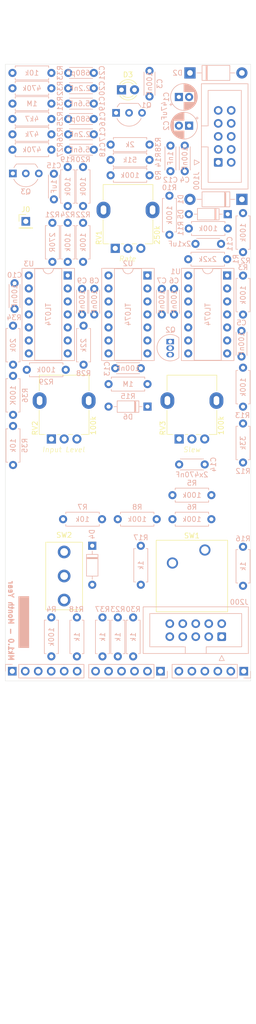
<source format=kicad_pcb>
(kicad_pcb (version 20240108) (generator "pcbnew") (generator_version "8.0")
  (title_block (rev "1") (company "DMH Instruments") (comment 1 "10cm Kosmo format synthesizer module PCB"))
  (layers (0 "F.Cu" signal) (31 "B.Cu" signal) (34 "B.Paste" user) (35 "F.Paste" user) (36 "B.SilkS" user "B.Silkscreen") (37 "F.SilkS" user "F.Silkscreen") (38 "B.Mask" user) (39 "F.Mask" user) (44 "Edge.Cuts" user))
  (net 0 "")
  (net 1 "GND")
  (net 2 "+12V")
  (net 3 "-12V")
  (net 4 "Net-(U1A--)")
  (net 5 "Net-(D2-A)")
  (net 6 "Net-(C12-Pad2)")
  (net 7 "/Core Circuit/S&H")
  (net 8 "Net-(U2B-+)")
  (net 9 "Net-(U3A-+)")
  (net 10 "Net-(Q3-E)")
  (net 11 "Net-(U3B-+)")
  (net 12 "Net-(C20-Pad2)")
  (net 13 "Net-(C21-Pad2)")
  (net 14 "Net-(C16-Pad2)")
  (net 15 "Net-(C17-Pad2)")
  (net 16 "Net-(C18-Pad2)")
  (net 17 "Net-(C19-Pad2)")
  (net 18 "Net-(D1-K)")
  (net 19 "Net-(D4-A)")
  (net 20 "Net-(D3-A)")
  (net 21 "Net-(D3-K)")
  (net 22 "Net-(D4-K)")
  (net 23 "Net-(D5-A)")
  (net 24 "Net-(D6-A)")
  (net 25 "Net-(D6-K)")
  (net 26 "/Core Circuit/White")
  (net 27 "/Core Circuit/Input")
  (net 28 "/Core Circuit/Slew Input")
  (net 29 "/Core Circuit/Internal Clock")
  (net 30 "/Core Circuit/External Clock")
  (net 31 "/Core Circuit/Clock Output")
  (net 32 "Net-(J200-Pin_1)")
  (net 33 "Net-(J200-Pin_2)")
  (net 34 "/Core Circuit/S&H Output")
  (net 35 "/Core Circuit/Slew Output")
  (net 36 "Net-(J200-Pin_3)")
  (net 37 "Net-(J200-Pin_4)")
  (net 38 "/Core Circuit/Pink")
  (net 39 "Net-(J200-Pin_5)")
  (net 40 "Net-(J200-Pin_10)")
  (net 41 "/Core Circuit/Blue")
  (net 42 "Net-(Q1-B)")
  (net 43 "Net-(Q2-D)")
  (net 45 "Net-(U1A-+)")
  (net 46 "Net-(D5-K)")
  (net 47 "Net-(U1D--)")
  (net 48 "Net-(U1B--)")
  (net 49 "Net-(U2B--)")
  (net 50 "Net-(U3A--)")
  (net 51 "Net-(R1-Pad1)")
  (net 52 "Net-(U3B--)")
  (net 53 "Net-(R6-Pad1)")
  (net 54 "Net-(U3C-+)")
  (net 55 "Net-(U3C--)")
  (net 56 "Net-(R9-Pad1)")
  (net 57 "Net-(U2C--)")
  (net 58 "Net-(U2D--)")
  (net 59 "Net-(R22-Pad1)")
  (net 60 "Net-(R29-Pad2)")
  (net 61 "Net-(U1C-+)")
  (net 62 "Net-(U2A--)")
  (net 63 "Net-(U3D--)")
  (net 64 "Net-(SW2-C)")
  (net 66 "Net-(R36-Pad2)")
  (footprint "LED_THT:LED_D3.0mm" (layer "F.Cu") (at 73.725 47.5)
    (property "Reference" "D3" (at 1.27 -2.96 0) (layer "F.SilkS"))
    (property "Value" "LED")
    (pad "1" thru_hole rect (at 0 0) (size 1.8 1.8) (drill 0.9) (layers "*.Cu" "*.Mask") (net 21 "Net-(D3-K)"))
    (pad "2" thru_hole circle (at 2.54 0) (size 1.8 1.8) (drill 0.9) (layers "*.Cu" "*.Mask") (net 20 "Net-(D3-A)"))
  )
  (footprint "SynthStuff:Potentiometer_Alpha_RD901F-40-00D_Single_Vertical" (layer "F.Cu") (at 72.5 78.475 90)
    (property "Reference" "RV1" (at 2.075 -3.2 -90) (layer "F.SilkS"))
    (property "Value" "250k" (at 2.575 8.2 -90) (layer "F.SilkS"))
    (property "Function" "Rate" (at -2.025 2.4 180) (layer "F.SilkS") (effects (font (thickness 0.1) (italic yes))))
    (pad "" thru_hole oval (at 7.5 -2.3 180) (size 2.72 3.24) (drill oval 1.1 1.8) (layers "*.Cu" "*.Mask"))
    (pad "" thru_hole oval (at 7.5 7.3 180) (size 2.72 3.24) (drill oval 1.1 1.8) (layers "*.Cu" "*.Mask"))
    (pad "1" thru_hole rect (at 0 0 180) (size 1.8 1.8) (drill 1) (layers "*.Cu" "*.Mask") (net 29 "/Core Circuit/Internal Clock"))
    (pad "2" thru_hole circle (at 0 2.5 180) (size 1.8 1.8) (drill 1) (layers "*.Cu" "*.Mask") (net 29 "/Core Circuit/Internal Clock"))
    (pad "3" thru_hole circle (at 0 5 180) (size 1.8 1.8) (drill 1) (layers "*.Cu" "*.Mask") (net 51 "Net-(R1-Pad1)"))
  )
  (footprint "SynthStuff:Potentiometer_Alpha_RD901F-40-00D_Single_Vertical" (layer "F.Cu") (at 60 115.725 90)
    (property "Reference" "RV2" (at 2.125 -3.2 -90) (layer "F.SilkS"))
    (property "Value" "100k" (at 2.625 8.2 -90) (layer "F.SilkS"))
    (property "Function" "Input Level" (at -2.075 2.4 180) (layer "F.SilkS") (effects (font (thickness 0.1) (italic yes))))
    (pad "" thru_hole oval (at 7.5 -2.3 180) (size 2.72 3.24) (drill oval 1.1 1.8) (layers "*.Cu" "*.Mask"))
    (pad "" thru_hole oval (at 7.5 7.3 180) (size 2.72 3.24) (drill oval 1.1 1.8) (layers "*.Cu" "*.Mask"))
    (pad "1" thru_hole rect (at 0 0 180) (size 1.8 1.8) (drill 1) (layers "*.Cu" "*.Mask") (net 1 "GND"))
    (pad "2" thru_hole circle (at 0 2.5 180) (size 1.8 1.8) (drill 1) (layers "*.Cu" "*.Mask") (net 61 "Net-(U1C-+)"))
    (pad "3" thru_hole circle (at 0 5 180) (size 1.8 1.8) (drill 1) (layers "*.Cu" "*.Mask") (net 27 "/Core Circuit/Input"))
  )
  (footprint "SynthStuff:Potentiometer_Alpha_RD901F-40-00D_Single_Vertical" (layer "F.Cu") (at 85 115.725 90)
    (property "Reference" "RV3" (at 2.125 -3.2 -90) (layer "F.SilkS"))
    (property "Value" "100k" (at 2.625 8.2 -90) (layer "F.SilkS"))
    (property "Function" "Slew" (at -2.075 2.5 180) (layer "F.SilkS") (effects (font (thickness 0.1) (italic yes))))
    (pad "" thru_hole oval (at 7.5 -2.3 180) (size 2.72 3.24) (drill oval 1.1 1.8) (layers "*.Cu" "*.Mask"))
    (pad "" thru_hole oval (at 7.5 7.3 180) (size 2.72 3.24) (drill oval 1.1 1.8) (layers "*.Cu" "*.Mask"))
    (pad "1" thru_hole rect (at 0 0 180) (size 1.8 1.8) (drill 1) (layers "*.Cu" "*.Mask") (net 62 "Net-(U2A--)"))
    (pad "2" thru_hole circle (at 0 2.5 180) (size 1.8 1.8) (drill 1) (layers "*.Cu" "*.Mask") (net 8 "Net-(U2B-+)"))
    (pad "3" thru_hole circle (at 0 5 180) (size 1.8 1.8) (drill 1) (layers "*.Cu" "*.Mask") (net 8 "Net-(U2B-+)"))
  )
  (footprint "SynthStuff:SW_Cherry_MX_1.00u_PCB" (layer "F.Cu") (at 90.04 137.42)
    (property "Reference" "SW1" (at -2.54 -2.794 0) (layer "F.SilkS"))
    (property "Value" "SW_Push")
    (pad "" np_thru_hole circle (at -7.62 5.08) (size 1.7 1.7) (drill 1.7) (layers "*.Cu" "*.Mask"))
    (pad "" np_thru_hole circle (at -2.54 5.08) (size 4 4) (drill 4) (layers "*.Cu" "*.Mask"))
    (pad "" np_thru_hole circle (at 2.54 5.08) (size 1.7 1.7) (drill 1.7) (layers "*.Cu" "*.Mask"))
    (pad "1" thru_hole circle (at 0 0) (size 2.2 2.2) (drill 1.5) (layers "*.Cu" "*.Mask") (net 53 "Net-(R6-Pad1)"))
    (pad "2" thru_hole circle (at -6.35 2.54) (size 2.2 2.2) (drill 1.5) (layers "*.Cu" "*.Mask") (net 22 "Net-(D4-K)"))
  )
  (footprint "SynthStuff:Toggle_Switch_THT" (layer "F.Cu") (at 62.5 142.5)
    (property "Reference" "SW2" (at 0 -8 0) (layer "F.SilkS"))
    (property "Value" "SW_SPDT_321")
    (pad "1" thru_hole circle (at 0 4.7 90) (size 2.5 2.5) (drill 1.5) (layers "*.Cu" "*.Mask") (net 64 "Net-(SW2-C)"))
    (pad "2" thru_hole circle (at 0 0 90) (size 2.5 2.5) (drill 1.5) (layers "*.Cu" "*.Mask") (net 19 "Net-(D4-A)"))
    (pad "3" thru_hole circle (at 0 -4.7 90) (size 2.5 2.5) (drill 1.5) (layers "*.Cu" "*.Mask"))
  )
  (footprint "Connector_PinHeader_2.54mm:PinHeader_1x01_P2.54mm_Vertical" (layer "F.Cu") (at 55 73.2)
    (property "Reference" "J0" (at 0 -2.33 0) (layer "F.SilkS"))
    (property "Value" "Conn_01x01")
    (pad "1" thru_hole rect (at 0 0) (size 1.7 1.7) (drill 1) (layers "*.Cu" "*.Mask") (net 1 "GND"))
  )
  (footprint "Capacitor_THT:CP_Radial_D5.0mm_P2.00mm" (layer "B.Cu") (at 84.944887 48.9)
    (property "Reference" "C1" (at -2.444887 0 90) (layer "B.SilkS") (effects (justify mirror)))
    (property "Value" "47uF" (hide yes))
    (pad "1" thru_hole rect (at 0 0) (size 1.6 1.6) (drill 0.8) (layers "*.Cu" "*.Mask") (net 2 "+12V"))
    (pad "2" thru_hole circle (at 2 0) (size 1.6 1.6) (drill 0.8) (layers "*.Cu" "*.Mask") (net 1 "GND"))
  )
  (footprint "Package_DIP:DIP-14_W7.62mm_Socket" (layer "B.Cu") (at 94.4 83.775 180)
    (property "Reference" "U1" (at 10.1 0.775 0) (layer "B.SilkS") (effects (justify mirror)))
    (property "Value" "TL074" (at 3.8 -7.625 90) (layer "B.SilkS") (effects (justify mirror)))
    (pad "1" thru_hole rect (at 0 0 180) (size 1.6 1.6) (drill 0.8) (layers "*.Cu" "*.Mask") (net 29 "/Core Circuit/Internal Clock"))
    (pad "2" thru_hole oval (at 0 -2.54 180) (size 1.6 1.6) (drill 0.8) (layers "*.Cu" "*.Mask") (net 4 "Net-(U1A--)"))
    (pad "3" thru_hole oval (at 0 -5.08 180) (size 1.6 1.6) (drill 0.8) (layers "*.Cu" "*.Mask") (net 45 "Net-(U1A-+)"))
    (pad "4" thru_hole oval (at 0 -7.62 180) (size 1.6 1.6) (drill 0.8) (layers "*.Cu" "*.Mask") (net 2 "+12V"))
    (pad "5" thru_hole oval (at 0 -10.16 180) (size 1.6 1.6) (drill 0.8) (layers "*.Cu" "*.Mask") (net 7 "/Core Circuit/S&H"))
    (pad "6" thru_hole oval (at 0 -12.7 180) (size 1.6 1.6) (drill 0.8) (layers "*.Cu" "*.Mask") (net 48 "Net-(U1B--)"))
    (pad "7" thru_hole oval (at 0 -15.24 180) (size 1.6 1.6) (drill 0.8) (layers "*.Cu" "*.Mask") (net 48 "Net-(U1B--)"))
    (pad "8" thru_hole oval (at 7.62 -15.24 180) (size 1.6 1.6) (drill 0.8) (layers "*.Cu" "*.Mask") (net 43 "Net-(Q2-D)"))
    (pad "9" thru_hole oval (at 7.62 -12.7 180) (size 1.6 1.6) (drill 0.8) (layers "*.Cu" "*.Mask") (net 43 "Net-(Q2-D)"))
    (pad "10" thru_hole oval (at 7.62 -10.16 180) (size 1.6 1.6) (drill 0.8) (layers "*.Cu" "*.Mask") (net 61 "Net-(U1C-+)"))
    (pad "11" thru_hole oval (at 7.62 -7.62 180) (size 1.6 1.6) (drill 0.8) (layers "*.Cu" "*.Mask") (net 3 "-12V"))
    (pad "12" thru_hole oval (at 7.62 -5.08 180) (size 1.6 1.6) (drill 0.8) (layers "*.Cu" "*.Mask") (net 46 "Net-(D5-K)"))
    (pad "13" thru_hole oval (at 7.62 -2.54 180) (size 1.6 1.6) (drill 0.8) (layers "*.Cu" "*.Mask") (net 47 "Net-(U1D--)"))
    (pad "14" thru_hole oval (at 7.62 0 180) (size 1.6 1.6) (drill 0.8) (layers "*.Cu" "*.Mask") (net 25 "Net-(D6-K)"))
  )
  (footprint "Diode_THT:D_DO-41_SOD81_P10.16mm_Horizontal" (layer "B.Cu") (at 97.28 68.9 180)
    (property "Reference" "D1" (at 11.98 0 90) (layer "B.SilkS") (effects (justify mirror)))
    (property "Value" "SB140-" (hide yes))
    (pad "1" thru_hole rect (at 0 0 180) (size 2.2 2.2) (drill 1.1) (layers "*.Cu" "*.Mask") (net 18 "Net-(D1-K)"))
    (pad "2" thru_hole oval (at 10.16 0 180) (size 2.2 2.2) (drill 1.1) (layers "*.Cu" "*.Mask") (net 3 "-12V"))
  )
  (footprint "Resistor_THT:R_Axial_DIN0207_L6.3mm_D2.5mm_P7.62mm_Horizontal" (layer "B.Cu") (at 91.31 126.7 180)
    (property "Reference" "R5" (at 3.81 2.37 0) (layer "B.SilkS") (effects (justify mirror)))
    (property "Value" "100k" (at 3.81 0 0) (layer "B.SilkS") (effects (justify mirror)))
    (pad "1" thru_hole circle (at 0 0 180) (size 1.6 1.6) (drill 0.8) (layers "*.Cu" "*.Mask") (net 1 "GND"))
    (pad "2" thru_hole oval (at 7.62 0 180) (size 1.6 1.6) (drill 0.8) (layers "*.Cu" "*.Mask") (net 22 "Net-(D4-K)"))
  )
  (footprint "Diode_THT:D_DO-35_SOD27_P7.62mm_Horizontal" (layer "B.Cu") (at 78.81 109.4 180)
    (property "Reference" "D6" (at 3.81 -2 0) (layer "B.SilkS") (effects (justify mirror)))
    (property "Value" "1N4148" (hide yes))
    (pad "1" thru_hole rect (at 0 0 180) (size 1.6 1.6) (drill 0.8) (layers "*.Cu" "*.Mask") (net 25 "Net-(D6-K)"))
    (pad "2" thru_hole oval (at 7.62 0 180) (size 1.6 1.6) (drill 0.8) (layers "*.Cu" "*.Mask") (net 24 "Net-(D6-A)"))
  )
  (footprint "Resistor_THT:R_Axial_DIN0207_L6.3mm_D2.5mm_P7.62mm_Horizontal" (layer "B.Cu") (at 52.39 47.2)
    (property "Reference" "R32" (at 9.31 0.04 90) (layer "B.SilkS") (effects (justify mirror)))
    (property "Value" "470k" (at 3.81 0 0) (layer "B.SilkS") (effects (justify mirror)))
    (pad "1" thru_hole circle (at 0 0) (size 1.6 1.6) (drill 0.8) (layers "*.Cu" "*.Mask") (net 54 "Net-(U3C-+)"))
    (pad "2" thru_hole oval (at 7.62 0) (size 1.6 1.6) (drill 0.8) (layers "*.Cu" "*.Mask") (net 12 "Net-(C20-Pad2)"))
  )
  (footprint "Resistor_THT:R_Axial_DIN0207_L6.3mm_D2.5mm_P7.62mm_Horizontal" (layer "B.Cu") (at 60.01 56.2 180)
    (property "Reference" "R26" (at -1.69 -0.04 90) (layer "B.SilkS") (effects (justify mirror)))
    (property "Value" "47k" (at 3.81 0 0) (layer "B.SilkS") (effects (justify mirror)))
    (pad "1" thru_hole circle (at 0 0 180) (size 1.6 1.6) (drill 0.8) (layers "*.Cu" "*.Mask") (net 15 "Net-(C17-Pad2)"))
    (pad "2" thru_hole oval (at 7.62 0 180) (size 1.6 1.6) (drill 0.8) (layers "*.Cu" "*.Mask") (net 1 "GND"))
  )
  (footprint "Capacitor_THT:C_Disc_D4.3mm_W1.9mm_P5.00mm" (layer "B.Cu") (at 68.4 86.4 -90)
    (property "Reference" "C8" (at -1.6 0 180) (layer "B.SilkS") (effects (justify mirror)))
    (property "Value" "100nF" (at 2.5 0 90) (layer "B.SilkS") (effects (justify mirror)))
    (pad "1" thru_hole circle (at 0 0 270) (size 1.6 1.6) (drill 0.8) (layers "*.Cu" "*.Mask") (net 1 "GND"))
    (pad "2" thru_hole circle (at 5 0 270) (size 1.6 1.6) (drill 0.8) (layers "*.Cu" "*.Mask") (net 3 "-12V"))
  )
  (footprint "Connector_PinHeader_2.54mm:PinHeader_1x06_P2.54mm_Vertical" (layer "B.Cu") (at 52.35 161.1 -90)
    (property "Reference" "J50" (hide yes))
    (property "Value" "Conn_01x06")
    (pad "1" thru_hole rect (at 0 0 270) (size 1.7 1.7) (drill 1) (layers "*.Cu" "*.Mask") (net 27 "/Core Circuit/Input"))
    (pad "2" thru_hole oval (at 0 -2.54 270) (size 1.7 1.7) (drill 1) (layers "*.Cu" "*.Mask") (net 28 "/Core Circuit/Slew Input"))
    (pad "3" thru_hole oval (at 0 -5.08 270) (size 1.7 1.7) (drill 1) (layers "*.Cu" "*.Mask") (net 7 "/Core Circuit/S&H"))
    (pad "4" thru_hole oval (at 0 -7.62 270) (size 1.7 1.7) (drill 1) (layers "*.Cu" "*.Mask") (net 30 "/Core Circuit/External Clock"))
    (pad "5" thru_hole oval (at 0 -10.16 270) (size 1.7 1.7) (drill 1) (layers "*.Cu" "*.Mask") (net 29 "/Core Circuit/Internal Clock"))
    (pad "6" thru_hole oval (at 0 -12.7 270) (size 1.7 1.7) (drill 1) (layers "*.Cu" "*.Mask") (net 31 "/Core Circuit/Clock Output"))
  )
  (footprint "Capacitor_THT:C_Disc_D4.3mm_W1.9mm_P5.00mm" (layer "B.Cu") (at 79.2 43.8 -90)
    (property "Reference" "C3" (at 2.5 -2 90) (layer "B.SilkS") (effects (justify mirror)))
    (property "Value" "100nF" (at 2.5 0 90) (layer "B.SilkS") (effects (justify mirror)))
    (pad "1" thru_hole circle (at 0 0 270) (size 1.6 1.6) (drill 0.8) (layers "*.Cu" "*.Mask") (net 2 "+12V"))
    (pad "2" thru_hole circle (at 5 0 270) (size 1.6 1.6) (drill 0.8) (layers "*.Cu" "*.Mask") (net 1 "GND"))
  )
  (footprint "Capacitor_THT:C_Disc_D4.3mm_W1.9mm_P5.00mm" (layer "B.Cu") (at 68.3 53.2 180)
    (property "Reference" "C16" (at -1.7 0 90) (layer "B.SilkS") (effects (justify mirror)))
    (property "Value" "680pF" (at 3 0 0) (layer "B.SilkS") (effects (justify mirror)))
    (pad "1" thru_hole circle (at 0 0 180) (size 1.6 1.6) (drill 0.8) (layers "*.Cu" "*.Mask") (net 11 "Net-(U3B-+)"))
    (pad "2" thru_hole circle (at 5 0 180) (size 1.6 1.6) (drill 0.8) (layers "*.Cu" "*.Mask") (net 14 "Net-(C16-Pad2)"))
  )
  (footprint "Capacitor_THT:C_Disc_D4.3mm_W1.9mm_P5.00mm" (layer "B.Cu") (at 85 120.7)
    (property "Reference" "C14" (at 6.7 0 90) (layer "B.SilkS") (effects (justify mirror)))
    (property "Value" "2x470nF" (at 2.5 2 0) (layer "B.SilkS") (effects (justify mirror)))
    (pad "1" thru_hole circle (at 0 0) (size 1.6 1.6) (drill 0.8) (layers "*.Cu" "*.Mask") (net 8 "Net-(U2B-+)"))
    (pad "2" thru_hole circle (at 5 0) (size 1.6 1.6) (drill 0.8) (layers "*.Cu" "*.Mask") (net 1 "GND"))
  )
  (footprint "Capacitor_THT:C_Disc_D4.3mm_W1.9mm_P5.00mm" (layer "B.Cu") (at 68.3 47.2 180)
    (property "Reference" "C20" (at -1.6 0 90) (layer "B.SilkS") (effects (justify mirror)))
    (property "Value" "2.2nF" (at 2.7 0 0) (layer "B.SilkS") (effects (justify mirror)))
    (pad "1" thru_hole circle (at 0 0 180) (size 1.6 1.6) (drill 0.8) (layers "*.Cu" "*.Mask") (net 11 "Net-(U3B-+)"))
    (pad "2" thru_hole circle (at 5 0 180) (size 1.6 1.6) (drill 0.8) (layers "*.Cu" "*.Mask") (net 12 "Net-(C20-Pad2)"))
  )
  (footprint "Capacitor_THT:C_Disc_D4.3mm_W1.9mm_P5.00mm" (layer "B.Cu") (at 68.3 50.2 180)
    (property "Reference" "C19" (at -1.6 0 90) (layer "B.SilkS") (effects (justify mirror)))
    (property "Value" "5.6nF" (at 2.8 0 0) (layer "B.SilkS") (effects (justify mirror)))
    (pad "1" thru_hole circle (at 0 0 180) (size 1.6 1.6) (drill 0.8) (layers "*.Cu" "*.Mask") (net 11 "Net-(U3B-+)"))
    (pad "2" thru_hole circle (at 5 0 180) (size 1.6 1.6) (drill 0.8) (layers "*.Cu" "*.Mask") (net 17 "Net-(C19-Pad2)"))
  )
  (footprint "Resistor_THT:R_Axial_DIN0207_L6.3mm_D2.5mm_P7.62mm_Horizontal" (layer "B.Cu") (at 70 158.21 90)
    (property "Reference" "R37" (at 9.21 0 180) (layer "B.SilkS") (effects (justify mirror)))
    (property "Value" "1k" (at 3.81 0 90) (layer "B.SilkS") (effects (justify mirror)))
    (pad "1" thru_hole circle (at 0 0 90) (size 1.6 1.6) (drill 0.8) (layers "*.Cu" "*.Mask") (net 41 "/Core Circuit/Blue"))
    (pad "2" thru_hole oval (at 7.62 0 90) (size 1.6 1.6) (drill 0.8) (layers "*.Cu" "*.Mask") (net 66 "Net-(R36-Pad2)"))
  )
  (footprint "Resistor_THT:R_Axial_DIN0207_L6.3mm_D2.5mm_P7.62mm_Horizontal" (layer "B.Cu") (at 52.5 93.59 -90)
    (property "Reference" "R34" (at -1.59 -0.2 180) (layer "B.SilkS") (effects (justify mirror)))
    (property "Value" "20k" (at 3.81 0 90) (layer "B.SilkS") (effects (justify mirror)))
    (pad "1" thru_hole circle (at 0 0 270) (size 1.6 1.6) (drill 0.8) (layers "*.Cu" "*.Mask") (net 54 "Net-(U3C-+)"))
    (pad "2" thru_hole oval (at 7.62 0 270) (size 1.6 1.6) (drill 0.8) (layers "*.Cu" "*.Mask") (net 1 "GND"))
  )
  (footprint "Capacitor_THT:C_Disc_D4.3mm_W1.9mm_P5.00mm" (layer "B.Cu") (at 83.3 58.4 -90)
    (property "Reference" "C12" (at 6.7 0 180) (layer "B.SilkS") (effects (justify mirror)))
    (property "Value" "1nF" (at 2.5 0 90) (layer "B.SilkS") (effects (justify mirror)))
    (pad "1" thru_hole circle (at 0 0 270) (size 1.6 1.6) (drill 0.8) (layers "*.Cu" "*.Mask") (net 23 "Net-(D5-A)"))
    (pad "2" thru_hole circle (at 5 0 270) (size 1.6 1.6) (drill 0.8) (layers "*.Cu" "*.Mask") (net 6 "Net-(C12-Pad2)"))
  )
  (footprint "Resistor_THT:R_Axial_DIN0207_L6.3mm_D2.5mm_P7.62mm_Horizontal" (layer "B.Cu") (at 55.19 102.2)
    (property "Reference" "R29" (at 3.81 2.37 0) (layer "B.SilkS") (effects (justify mirror)))
    (property "Value" "100k" (at 3.81 0 0) (layer "B.SilkS") (effects (justify mirror)))
    (pad "1" thru_hole circle (at 0 0) (size 1.6 1.6) (drill 0.8) (layers "*.Cu" "*.Mask") (net 52 "Net-(U3B--)"))
    (pad "2" thru_hole oval (at 7.62 0) (size 1.6 1.6) (drill 0.8) (layers "*.Cu" "*.Mask") (net 60 "Net-(R29-Pad2)"))
  )
  (footprint "Resistor_THT:R_Axial_DIN0207_L6.3mm_D2.5mm_P7.62mm_Horizontal" (layer "B.Cu") (at 63.2 70.21 90)
    (property "Reference" "R19" (at 9.11 0 180) (layer "B.SilkS") (effects (justify mirror)))
    (property "Value" "100k" (at 3.81 0 90) (layer "B.SilkS") (effects (justify mirror)))
    (pad "1" thru_hole circle (at 0 0 90) (size 1.6 1.6) (drill 0.8) (layers "*.Cu" "*.Mask") (net 2 "+12V"))
    (pad "2" thru_hole oval (at 7.62 0 90) (size 1.6 1.6) (drill 0.8) (layers "*.Cu" "*.Mask") (net 10 "Net-(Q3-E)"))
  )
  (footprint "Resistor_THT:R_Axial_DIN0207_L6.3mm_D2.5mm_P7.62mm_Horizontal" (layer "B.Cu") (at 83.1 68.19 -90)
    (property "Reference" "R10" (at -1.59 0 180) (layer "B.SilkS") (effects (justify mirror)))
    (property "Value" "100k" (at 3.81 0 90) (layer "B.SilkS") (effects (justify mirror)))
    (pad "1" thru_hole circle (at 0 0 270) (size 1.6 1.6) (drill 0.8) (layers "*.Cu" "*.Mask") (net 23 "Net-(D5-A)"))
    (pad "2" thru_hole oval (at 7.62 0 270) (size 1.6 1.6) (drill 0.8) (layers "*.Cu" "*.Mask") (net 1 "GND"))
  )
  (footprint "Resistor_THT:R_Axial_DIN0207_L6.3mm_D2.5mm_P7.62mm_Horizontal" (layer "B.Cu") (at 71.19 105)
    (property "Reference" "R15" (at 3.81 2.37 0) (layer "B.SilkS") (effects (justify mirror)))
    (property "Value" "1M" (at 3.81 0 0) (layer "B.SilkS") (effects (justify mirror)))
    (pad "1" thru_hole circle (at 0 0) (size 1.6 1.6) (drill 0.8) (layers "*.Cu" "*.Mask") (net 43 "Net-(Q2-D)"))
    (pad "2" thru_hole oval (at 7.62 0) (size 1.6 1.6) (drill 0.8) (layers "*.Cu" "*.Mask") (net 24 "Net-(D6-A)"))
  )
  (footprint "Resistor_THT:R_Axial_DIN0207_L6.3mm_D2.5mm_P7.62mm_Horizontal" (layer "B.Cu") (at 71.58 61.2)
    (property "Reference" "R14" (at 9.32 0 90) (layer "B.SilkS") (effects (justify mirror)))
    (property "Value" "51k" (at 3.81 0 0) (layer "B.SilkS") (effects (justify mirror)))
    (pad "1" thru_hole circle (at 0 0) (size 1.6 1.6) (drill 0.8) (layers "*.Cu" "*.Mask") (net 42 "Net-(Q1-B)"))
    (pad "2" thru_hole oval (at 7.62 0) (size 1.6 1.6) (drill 0.8) (layers "*.Cu" "*.Mask") (net 23 "Net-(D5-A)"))
  )
  (footprint "Resistor_THT:R_Axial_DIN0207_L6.3mm_D2.5mm_P7.62mm_Horizontal" (layer "B.Cu") (at 66.2 73.49 -90)
    (property "Reference" "R22" (at -1.59 0 180) (layer "B.SilkS") (effects (justify mirror)))
    (property "Value" "100k" (at 3.81 0 90) (layer "B.SilkS") (effects (justify mirror)))
    (pad "1" thru_hole circle (at 0 0 270) (size 1.6 1.6) (drill 0.8) (layers "*.Cu" "*.Mask") (net 59 "Net-(R22-Pad1)"))
    (pad "2" thru_hole oval (at 7.62 0 270) (size 1.6 1.6) (drill 0.8) (layers "*.Cu" "*.Mask") (net 50 "Net-(U3A--)"))
  )
  (footprint "SynthStuff:IDC-Header_2x05_P2.54mm_Vertical_BackBone" (layer "B.Cu") (at 93.33 154.3525 90)
    (property "Reference" "J200" (at 6.7525 3.42 0) (layer "B.SilkS") (effects (justify mirror)))
    (property "Value" "IDC_02x05")
    (pad "1" thru_hole roundrect (at 0 0 90) (size 1.7 1.7) (drill 1) (layers "*.Cu" "*.Mask") (roundrect_rratio 0.147059) (net 32 "Net-(J200-Pin_1)"))
    (pad "2" thru_hole circle (at 0 -2.54 90) (size 1.7 1.7) (drill 1) (layers "*.Cu" "*.Mask") (net 33 "Net-(J200-Pin_2)"))
    (pad "3" thru_hole circle (at 0 -5.08 90) (size 1.7 1.7) (drill 1) (layers "*.Cu" "*.Mask") (net 36 "Net-(J200-Pin_3)"))
    (pad "4" thru_hole circle (at 0 -7.62 90) (size 1.7 1.7) (drill 1) (layers "*.Cu" "*.Mask") (net 37 "Net-(J200-Pin_4)"))
    (pad "5" thru_hole circle (at 0 -10.16 90) (size 1.7 1.7) (drill 1) (layers "*.Cu" "*.Mask") (net 39 "Net-(J200-Pin_5)"))
    (pad "6" thru_hole circle (at 2.54 0 90) (size 1.7 1.7) (drill 1) (layers "*.Cu" "*.Mask") (net 1 "GND"))
    (pad "7" thru_hole circle (at 2.54 -2.54 90) (size 1.7 1.7) (drill 1) (layers "*.Cu" "*.Mask") (net 1 "GND"))
    (pad "8" thru_hole circle (at 2.54 -5.08 90) (size 1.7 1.7) (drill 1) (layers "*.Cu" "*.Mask") (net 1 "GND"))
    (pad "9" thru_hole circle (at 2.54 -7.62 90) (size 1.7 1.7) (drill 1) (layers "*.Cu" "*.Mask") (net 1 "GND"))
    (pad "10" thru_hole circle (at 2.54 -10.16 90) (size 1.7 1.7) (drill 1) (layers "*.Cu" "*.Mask") (net 40 "Net-(J200-Pin_10)"))
  )
  (footprint "Package_DIP:DIP-14_W7.62mm_Socket" (layer "B.Cu") (at 63.2 83.775 180)
    (property "Reference" "U3" (at 7.6 2.275 0) (layer "B.SilkS") (effects (justify mirror)))
    (property "Value" "TL074" (at 3.8 -7.625 90) (layer "B.SilkS") (effects (justify mirror)))
    (pad "1" thru_hole rect (at 0 0 180) (size 1.6 1.6) (drill 0.8) (layers "*.Cu" "*.Mask") (net 59 "Net-(R22-Pad1)"))
    (pad "2" thru_hole oval (at 0 -2.54 180) (size 1.6 1.6) (drill 0.8) (layers "*.Cu" "*.Mask") (net 50 "Net-(U3A--)"))
    (pad "3" thru_hole oval (at 0 -5.08 180) (size 1.6 1.6) (drill 0.8) (layers "*.Cu" "*.Mask") (net 9 "Net-(U3A-+)"))
    (pad "4" thru_hole oval (at 0 -7.62 180) (size 1.6 1.6) (drill 0.8) (layers "*.Cu" "*.Mask") (net 2 "+12V"))
    (pad "5" thru_hole oval (at 0 -10.16 180) (size 1.6 1.6) (drill 0.8) (layers "*.Cu" "*.Mask") (net 11 "Net-(U3B-+)"))
    (pad "6" thru_hole oval (at 0 -12.7 180) (size 1.6 1.6) (drill 0.8) (layers "*.Cu" "*.Mask") (net 52 "Net-(U3B--)"))
    (pad "7" thru_hole oval (at 0 -15.24 180) (size 1.6 1.6) (drill 0.8) (layers "*.Cu" "*.Mask") (net 60 "Net-(R29-Pad2)"))
    (pad "8" thru_hole oval (at 7.62 -15.24 180) (size 1.6 1.6) (drill 0.8) (layers "*.Cu" "*.Mask") (net 66 "Net-(R36-Pad2)"))
    (pad "9" thru_hole oval (at 7.62 -12.7 180) (size 1.6 1.6) (drill 0.8) (layers "*.Cu" "*.Mask") (net 55 "Net-(U3C--)"))
    (pad "10" thru_hole oval (at 7.62 -10.16 180) (size 1.6 1.6) (drill 0.8) (layers "*.Cu" "*.Mask") (net 54 "Net-(U3C-+)"))
    (pad "11" thru_hole oval (at 7.62 -7.62 180) (size 1.6 1.6) (drill 0.8) (layers "*.Cu" "*.Mask") (net 3 "-12V"))
    (pad "12" thru_hole oval (at 7.62 -5.08 180) (size 1.6 1.6) (drill 0.8) (layers "*.Cu" "*.Mask") (net 1 "GND"))
    (pad "13" thru_hole oval (at 7.62 -2.54 180) (size 1.6 1.6) (drill 0.8) (layers "*.Cu" "*.Mask") (net 63 "Net-(U3D--)"))
    (pad "14" thru_hole oval (at 7.62 0 180) (size 1.6 1.6) (drill 0.8) (layers "*.Cu" "*.Mask") (net 63 "Net-(U3D--)"))
  )
  (footprint "Capacitor_THT:C_Disc_D4.3mm_W1.9mm_P5.00mm" (layer "B.Cu") (at 60.5 63.9 -90)
    (property "Reference" "C15" (at -1.6 0 180) (layer "B.SilkS") (effects (justify mirror)))
    (property "Value" "1uF" (at 2.5 0 90) (layer "B.SilkS") (effects (justify mirror)))
    (pad "1" thru_hole circle (at 0 0 270) (size 1.6 1.6) (drill 0.8) (layers "*.Cu" "*.Mask") (net 10 "Net-(Q3-E)"))
    (pad "2" thru_hole circle (at 5 0 270) (size 1.6 1.6) (drill 0.8) (layers "*.Cu" "*.Mask") (net 9 "Net-(U3A-+)"))
  )
  (footprint "Capacitor_THT:C_Disc_D4.3mm_W1.9mm_P5.00mm" (layer "B.Cu") (at 68.3 56.2 180)
    (property "Reference" "C17" (at -1.7 0 90) (layer "B.SilkS") (effects (justify mirror)))
    (property "Value" "2.2nF" (at 2.7 0 0) (layer "B.SilkS") (effects (justify mirror)))
    (pad "1" thru_hole circle (at 0 0 180) (size 1.6 1.6) (drill 0.8) (layers "*.Cu" "*.Mask") (net 11 "Net-(U3B-+)"))
    (pad "2" thru_hole circle (at 5 0 180) (size 1.6 1.6) (drill 0.8) (layers "*.Cu" "*.Mask") (net 15 "Net-(C17-Pad2)"))
  )
  (footprint "Capacitor_THT:C_Disc_D4.3mm_W1.9mm_P5.00mm" (layer "B.Cu") (at 68.3 59.2 180)
    (property "Reference" "C18" (at -1.7 0 90) (layer "B.SilkS") (effects (justify mirror)))
    (property "Value" "5.6nF" (at 2.8 0 0) (layer "B.SilkS") (effects (justify mirror)))
    (pad "1" thru_hole circle (at 0 0 180) (size 1.6 1.6) (drill 0.8) (layers "*.Cu" "*.Mask") (net 11 "Net-(U3B-+)"))
    (pad "2" thru_hole circle (at 5 0 180) (size 1.6 1.6) (drill 0.8) (layers "*.Cu" "*.Mask") (net 16 "Net-(C18-Pad2)"))
  )
  (footprint "Resistor_THT:R_Axial_DIN0207_L6.3mm_D2.5mm_P7.62mm_Horizontal" (layer "B.Cu") (at 60 150.58 -90)
    (property "Reference" "R4" (at -1.58 0 180) (layer "B.SilkS") (effects (justify mirror)))
    (property "Value" "100k" (at 3.81 0 90) (layer "B.SilkS") (effects (justify mirror)))
    (pad "1" thru_hole circle (at 0 0 270) (size 1.6 1.6) (drill 0.8) (layers "*.Cu" "*.Mask") (net 64 "Net-(SW2-C)"))
    (pad "2" thru_hole oval (at 7.62 0 270) (size 1.6 1.6) (drill 0.8) (layers "*.Cu" "*.Mask") (net 30 "/Core Circuit/External Clock"))
  )
  (footprint "Resistor_THT:R_Axial_DIN0207_L6.3mm_D2.5mm_P7.62mm_Horizontal" (layer "B.Cu") (at 77.5 144.21 90)
    (property "Reference" "R17" (at 9.21 0 180) (layer "B.SilkS") (effects (justify mirror)))
    (property "Value" "1k" (at 3.81 0 90) (layer "B.SilkS") (effects (justify mirror)))
    (pad "1" thru_hole circle (at 0 0 90) (size 1.6 1.6) (drill 0.8) (layers "*.Cu" "*.Mask") (net 35 "/Core Circuit/Slew Output"))
    (pad "2" thru_hole oval (at 7.62 0 90) (size 1.6 1.6) (drill 0.8) (layers "*.Cu" "*.Mask") (net 49 "Net-(U2B--)"))
  )
  (footprint "Package_TO_SOT_THT:TO-92_Inline_Wide" (layer "B.Cu") (at 52.46 63.84)
    (property "Reference" "Q3" (at 2.54 3.56 0) (layer "B.SilkS") (effects (justify mirror)))
    (property "Value" "BC548")
    (pad "1" thru_hole rect (at 0 0) (size 1.5 1.5) (drill 0.8) (layers "*.Cu" "*.Mask"))
    (pad "2" thru_hole circle (at 2.54 0) (size 1.5 1.5) (drill 0.8) (layers "*.Cu" "*.Mask") (net 1 "GND"))
    (pad "3" thru_hole circle (at 5.08 0) (size 1.5 1.5) (drill 0.8) (layers "*.Cu" "*.Mask") (net 10 "Net-(Q3-E)"))
  )
  (footprint "Resistor_THT:R_Axial_DIN0207_L6.3mm_D2.5mm_P7.62mm_Horizontal" (layer "B.Cu") (at 60.01 53.2 180)
    (property "Reference" "R25" (at -1.69 0.02 90) (layer "B.SilkS") (effects (justify mirror)))
    (property "Value" "4k7" (at 3.81 0 0) (layer "B.SilkS") (effects (justify mirror)))
    (pad "1" thru_hole circle (at 0 0 180) (size 1.6 1.6) (drill 0.8) (layers "*.Cu" "*.Mask") (net 14 "Net-(C16-Pad2)"))
    (pad "2" thru_hole oval (at 7.62 0 180) (size 1.6 1.6) (drill 0.8) (layers "*.Cu" "*.Mask") (net 1 "GND"))
  )
  (footprint "Resistor_THT:R_Axial_DIN0207_L6.3mm_D2.5mm_P7.62mm_Horizontal" (layer "B.Cu") (at 66.3 93.59 -90)
    (property "Reference" "R28" (at 9.31 0 180) (layer "B.SilkS") (effects (justify mirror)))
    (property "Value" "22k" (at 3.81 0 90) (layer "B.SilkS") (effects (justify mirror)))
    (pad "1" thru_hole circle (at 0 0 270) (size 1.6 1.6) (drill 0.8) (layers "*.Cu" "*.Mask") (net 52 "Net-(U3B--)"))
    (pad "2" thru_hole oval (at 7.62 0 270) (size 1.6 1.6) (drill 0.8) (layers "*.Cu" "*.Mask") (net 1 "GND"))
  )
  (footprint "Resistor_THT:R_Axial_DIN0207_L6.3mm_D2.5mm_P7.62mm_Horizontal" (layer "B.Cu") (at 86.78 80.6)
    (property "Reference" "R1" (at 9.32 0 90) (layer "B.SilkS") (effects (justify mirror)))
    (property "Value" "2x2k" (at 3.81 0 0) (layer "B.SilkS") (effects (justify mirror)))
    (pad "1" thru_hole circle (at 0 0) (size 1.6 1.6) (drill 0.8) (layers "*.Cu" "*.Mask") (net 51 "Net-(R1-Pad1)"))
    (pad "2" thru_hole oval (at 7.62 0) (size 1.6 1.6) (drill 0.8) (layers "*.Cu" "*.Mask") (net 4 "Net-(U1A--)"))
  )
  (footprint "Resistor_THT:R_Axial_DIN0207_L6.3mm_D2.5mm_P7.62mm_Horizontal" (layer "B.Cu") (at 97.5 144.41 90)
    (property "Reference" "R16" (at 9.21 0 180) (layer "B.SilkS") (effects (justify mirror)))
    (property "Value" "1k" (at 3.81 0 90) (layer "B.SilkS") (effects (justify mirror)))
    (pad "1" thru_hole circle (at 0 0 90) (size 1.6 1.6) (drill 0.8) (layers "*.Cu" "*.Mask") (net 34 "/Core Circuit/S&H Output"))
    (pad "2" thru_hole oval (at 7.62 0 90) (size 1.6 1.6) (drill 0.8) (layers "*.Cu" "*.Mask") (net 48 "Net-(U1B--)"))
  )
  (footprint "Capacitor_THT:C_Disc_D4.3mm_W1.9mm_P5.00mm" (layer "B.Cu") (at 52.8 85.3 -90)
    (property "Reference" "C10" (at -1.6 0 180) (layer "B.SilkS") (effects (justify mirror)))
    (property "Value" "100nF" (at 2.5 0 90) (layer "B.SilkS") (effects (justify mirror)))
    (pad "1" thru_hole circle (at 0 0 270) (size 1.6 1.6) (drill 0.8) (layers "*.Cu" "*.Mask") (net 1 "GND"))
    (pad "2" thru_hole circle (at 5 0 270) (size 1.6 1.6) (drill 0.8) (layers "*.Cu" "*.Mask") (net 3 "-12V"))
  )
  (footprint "Resistor_THT:R_Axial_DIN0207_L6.3mm_D2.5mm_P7.62mm_Horizontal" (layer "B.Cu") (at 52.39 44.2)
    (property "Reference" "R33" (at 9.31 -0.02 90) (layer "B.SilkS") (effects (justify mirror)))
    (property "Value" "10k" (at 3.81 0 0) (layer "B.SilkS") (effects (justify mirror)))
    (pad "1" thru_hole circle (at 0 0) (size 1.6 1.6) (drill 0.8) (layers "*.Cu" "*.Mask") (net 54 "Net-(U3C-+)"))
    (pad "2" thru_hole oval (at 7.62 0) (size 1.6 1.6) (drill 0.8) (layers "*.Cu" "*.Mask") (net 13 "Net-(C21-Pad2)"))
  )
  (footprint "Resistor_THT:R_Axial_DIN0207_L6.3mm_D2.5mm_P7.62mm_Horizontal" (layer "B.Cu") (at 94.51 74.6 180)
    (property "Reference" "R11" (at 9.21 0 90) (layer "B.SilkS") (effects (justify mirror)))
    (property "Value" "100k" (at 3.81 0 0) (layer "B.SilkS") (effects (justify mirror)))
    (pad "1" thru_hole circle (at 0 0 180) (size 1.6 1.6) (drill 0.8) (layers "*.Cu" "*.Mask") (net 46 "Net-(D5-K)"))
    (pad "2" thru_hole oval (at 7.62 0 180) (size 1.6 1.6) (drill 0.8) (layers "*.Cu" "*.Mask") (net 1 "GND"))
  )
  (footprint "Resistor_THT:R_Axial_DIN0207_L6.3mm_D2.5mm_P7.62mm_Horizontal" (layer "B.Cu") (at 69.91 131.4 180)
    (property "Reference" "R7" (at 3.81 2.37 0) (layer "B.SilkS") (effects (justify mirror)))
    (property "Value" "10k" (at 3.81 0 0) (layer "B.SilkS") (effects (justify mirror)))
    (pad "1" thru_hole circle (at 0 0 180) (size 1.6 1.6) (drill 0.8) (layers "*.Cu" "*.Mask") (net 58 "Net-(U2D--)"))
    (pad "2" thru_hole oval (at 7.62 0 180) (size 1.6 1.6) (drill 0.8) (layers "*.Cu" "*.Mask") (net 1 "GND"))
  )
  (footprint "Resistor_THT:R_Axial_DIN0207_L6.3mm_D2.5mm_P7.62mm_Horizontal" (layer "B.Cu") (at 97.5 101.79 -90)
    (property "Reference" "R13" (at 9.32 0.1 180) (layer "B.SilkS") (effects (justify mirror)))
    (property "Value" "100k" (at 3.81 0 90) (layer "B.SilkS") (effects (justify mirror)))
    (pad "1" thru_hole circle (at 0 0 270) (size 1.6 1.6) (drill 0.8) (layers "*.Cu" "*.Mask") (net 2 "+12V"))
    (pad "2" thru_hole oval (at 7.62 0 270) (size 1.6 1.6) (drill 0.8) (layers "*.Cu" "*.Mask") (net 47 "Net-(U1D--)"))
  )
  (footprint "Capacitor_THT:C_Disc_D4.3mm_W1.9mm_P5.00mm" (layer "B.Cu") (at 77.5 101.9 180)
    (property "Reference" "C13" (at 6.6 -0.1 90) (layer "B.SilkS") (effects (justify mirror)))
    (property "Value" "100nF" (at 2.5 0 0) (layer "B.SilkS") (effects (justify mirror)))
    (pad "1" thru_hole circle (at 0 0 180) (size 1.6 1.6) (drill 0.8) (layers "*.Cu" "*.Mask") (net 7 "/Core Circuit/S&H"))
    (pad "2" thru_hole circle (at 5 0 180) (size 1.6 1.6) (drill 0.8) (layers "*.Cu" "*.Mask") (net 1 "GND"))
  )
  (footprint "Capacitor_THT:CP_Radial_D5.0mm_P2.00mm" (layer "B.Cu") (at 86.955113 54.5 180)
    (property "Reference" "C2" (at 4.455113 0 90) (layer "B.SilkS") (effects (justify mirror)))
    (property "Value" "47uF" (at 4.855113 2.9 90) (layer "B.SilkS") (effects (justify mirror)))
    (pad "1" thru_hole rect (at 0 0 180) (size 1.6 1.6) (drill 0.8) (layers "*.Cu" "*.Mask") (net 1 "GND"))
    (pad "2" thru_hole circle (at 2 0 180) (size 1.6 1.6) (drill 0.8) (layers "*.Cu" "*.Mask") (net 3 "-12V"))
  )
  (footprint "Capacitor_THT:C_Disc_D4.3mm_W1.9mm_P5.00mm" (layer "B.Cu") (at 68.3 44.2 180)
    (property "Reference" "C21" (at -1.6 0 90) (layer "B.SilkS") (effects (justify mirror)))
    (property "Value" "680pF" (at 3 0 0) (layer "B.SilkS") (effects (justify mirror)))
    (pad "1" thru_hole circle (at 0 0 180) (size 1.6 1.6) (drill 0.8) (layers "*.Cu" "*.Mask") (net 11 "Net-(U3B-+)"))
    (pad "2" thru_hole circle (at 5 0 180) (size 1.6 1.6) (drill 0.8) (layers "*.Cu" "*.Mask") (net 13 "Net-(C21-Pad2)"))
  )
  (footprint "Resistor_THT:R_Axial_DIN0207_L6.3mm_D2.5mm_P7.62mm_Horizontal" (layer "B.Cu") (at 73 158.21 90)
    (property "Reference" "R23" (at 9.21 0 180) (layer "B.SilkS") (effects (justify mirror)))
    (property "Value" "1k" (at 3.81 0 90) (layer "B.SilkS") (effects (justify mirror)))
    (pad "1" thru_hole circle (at 0 0 90) (size 1.6 1.6) (drill 0.8) (layers "*.Cu" "*.Mask") (net 26 "/Core Circuit/White"))
    (pad "2" thru_hole oval (at 7.62 0 90) (size 1.6 1.6) (drill 0.8) (layers "*.Cu" "*.Mask") (net 59 "Net-(R22-Pad1)"))
  )
  (footprint "Package_TO_SOT_THT:TO-92_Inline_Wide" (layer "B.Cu") (at 72.66 52)
    (property "Reference" "Q1" (at 5.94 -1.5 0) (layer "B.SilkS") (effects (justify mirror)))
    (property "Value" "BC548")
    (pad "1" thru_hole rect (at 0 0) (size 1.5 1.5) (drill 0.8) (layers "*.Cu" "*.Mask") (net 21 "Net-(D3-K)"))
    (pad "2" thru_hole circle (at 2.54 0) (size 1.5 1.5) (drill 0.8) (layers "*.Cu" "*.Mask") (net 42 "Net-(Q1-B)"))
    (pad "3" thru_hole circle (at 5.08 0) (size 1.5 1.5) (drill 0.8) (layers "*.Cu" "*.Mask") (net 1 "GND"))
  )
  (footprint "Resistor_THT:R_Axial_DIN0207_L6.3mm_D2.5mm_P7.62mm_Horizontal" (layer "B.Cu") (at 60.2 81.11 90)
    (property "Reference" "R21" (at 9.21 0 180) (layer "B.SilkS") (effects (justify mirror)))
    (property "Value" "270R" (at 3.81 0 90) (layer "B.SilkS") (effects (justify mirror)))
    (pad "1" thru_hole circle (at 0 0 90) (size 1.6 1.6) (drill 0.8) (layers "*.Cu" "*.Mask") (net 50 "Net-(U3A--)"))
    (pad "2" thru_hole oval (at 7.62 0 90) (size 1.6 1.6) (drill 0.8) (layers "*.Cu" "*.Mask") (net 1 "GND"))
  )
  (footprint "Capacitor_THT:C_Disc_D4.3mm_W1.9mm_P5.00mm" (layer "B.Cu") (at 81.6 86.4 -90)
    (property "Reference" "C7" (at -1.6 0 180) (layer "B.SilkS") (effects (justify mirror)))
    (property "Value" "100nF" (at 2.5 0 90) (layer "B.SilkS") (effects (justify mirror)))
    (pad "1" thru_hole circle (at 0 0 270) (size 1.6 1.6) (drill 0.8) (layers "*.Cu" "*.Mask") (net 2 "+12V"))
    (pad "2" thru_hole circle (at 5 0 270) (size 1.6 1.6) (drill 0.8) (layers "*.Cu" "*.Mask") (net 1 "GND"))
  )
  (footprint "Package_TO_SOT_THT:TO-92L_Inline" (layer "B.Cu") (at 83.25 96.7 -90)
    (property "Reference" "Q2" (at -2.3 -0.05 180) (layer "B.SilkS") (effects (justify mirror)))
    (property "Value" "J113")
    (pad "1" thru_hole rect (at 0 0 270) (size 1.05 1.5) (drill 0.75) (layers "*.Cu" "*.Mask") (net 43 "Net-(Q2-D)"))
    (pad "2" thru_hole oval (at 1.27 0 270) (size 1.05 1.5) (drill 0.75) (layers "*.Cu" "*.Mask") (net 7 "/Core Circuit/S&H"))
    (pad "3" thru_hole oval (at 2.54 0 270) (size 1.05 1.5) (drill 0.75) (layers "*.Cu" "*.Mask") (net 24 "Net-(D6-A)"))
  )
  (footprint "Resistor_THT:R_Axial_DIN0207_L6.3mm_D2.5mm_P7.62mm_Horizontal" (layer "B.Cu") (at 52.39 50.2)
    (property "Reference" "R31" (at 9.31 0 90) (layer "B.SilkS") (effects (justify mirror)))
    (property "Value" "1M" (at 3.81 0 0) (layer "B.SilkS") (effects (justify mirror)))
    (pad "1" thru_hole circle (at 0 0) (size 1.6 1.6) (drill 0.8) (layers "*.Cu" "*.Mask") (net 54 "Net-(U3C-+)"))
    (pad "2" thru_hole oval (at 7.62 0) (size 1.6 1.6) (drill 0.8) (layers "*.Cu" "*.Mask") (net 17 "Net-(C19-Pad2)"))
  )
  (footprint "Resistor_THT:R_Axial_DIN0207_L6.3mm_D2.5mm_P7.62mm_Horizontal" (layer "B.Cu") (at 97.5 71.59 -90)
    (property "Reference" "R2" (at 9.31 -0.5 180) (layer "B.SilkS") (effects (justify mirror)))
    (property "Value" "100k" (at 3.81 0 90) (layer "B.SilkS") (effects (justify mirror)))
    (pad "1" thru_hole circle (at 0 0 270) (size 1.6 1.6) (drill 0.8) (layers "*.Cu" "*.Mask") (net 45 "Net-(U1A-+)"))
    (pad "2" thru_hole oval (at 7.62 0 270) (size 1.6 1.6) (drill 0.8) (layers "*.Cu" "*.Mask") (net 1 "GND"))
  )
  (footprint "Resistor_THT:R_Axial_DIN0207_L6.3mm_D2.5mm_P7.62mm_Horizontal" (layer "B.Cu") (at 97.5 83.8 -90)
    (property "Reference" "R3" (at -1.6 0 180) (layer "B.SilkS") (effects (justify mirror)))
    (property "Value" "100k" (at 3.81 0 90) (layer "B.SilkS") (effects (justify mirror)))
    (pad "1" thru_hole circle (at 0 0 270) (size 1.6 1.6) (drill 0.8) (layers "*.Cu" "*.Mask") (net 29 "/Core Circuit/Internal Clock"))
    (pad "2" thru_hole oval (at 7.62 0 270) (size 1.6 1.6) (drill 0.8) (layers "*.Cu" "*.Mask") (net 45 "Net-(U1A-+)"))
  )
  (footprint "Diode_THT:D_DO-35_SOD27_P7.62mm_Horizontal" (layer "B.Cu") (at 94.51 71.8 180)
    (property "Reference" "D5" (at 9.21 0 90) (layer "B.SilkS") (effects (justify mirror)))
    (property "Value" "1N4148" (hide yes))
    (pad "1" thru_hole rect (at 0 0 180) (size 1.6 1.6) (drill 0.8) (layers "*.Cu" "*.Mask") (net 46 "Net-(D5-K)"))
    (pad "2" thru_hole oval (at 7.62 0 180) (size 1.6 1.6) (drill 0.8) (layers "*.Cu" "*.Mask") (net 23 "Net-(D5-A)"))
  )
  (footprint "Diode_THT:D_DO-41_SOD81_P10.16mm_Horizontal" (layer "B.Cu") (at 87.12 44.2)
    (property "Reference" "D2" (at -2.42 0 0) (layer "B.SilkS") (effects (justify mirror)))
    (property "Value" "SB140+" (hide yes))
    (pad "1" thru_hole rect (at 0 0) (size 2.2 2.2) (drill 1.1) (layers "*.Cu" "*.Mask") (net 2 "+12V"))
    (pad "2" thru_hole oval (at 10.16 0) (size 2.2 2.2) (drill 1.1) (layers "*.Cu" "*.Mask") (net 5 "Net-(D2-A)"))
  )
  (footprint "Resistor_THT:R_Axial_DIN0207_L6.3mm_D2.5mm_P7.62mm_Horizontal" (layer "B.Cu") (at 52.5 111.01 90)
    (property "Reference" "R36" (at 3.81 2.37 90) (layer "B.SilkS") (effects (justify mirror)))
    (property "Value" "100K" (at 3.81 0 90) (layer "B.SilkS") (effects (justify mirror)))
    (pad "1" thru_hole circle (at 0 0 90) (size 1.6 1.6) (drill 0.8) (layers "*.Cu" "*.Mask") (net 55 "Net-(U3C--)"))
    (pad "2" thru_hole oval (at 7.62 0 90) (size 1.6 1.6) (drill 0.8) (layers "*.Cu" "*.Mask") (net 66 "Net-(R36-Pad2)"))
  )
  (footprint "Resistor_THT:R_Axial_DIN0207_L6.3mm_D2.5mm_P7.62mm_Horizontal" (layer "B.Cu") (at 79.21 58.2 180)
    (property "Reference" "R38" (at -1.69 0 90) (layer "B.SilkS") (effects (justify mirror)))
    (property "Value" "2k" (at 3.81 0 0) (layer "B.SilkS") (effects (justify mirror)))
    (pad "1" thru_hole circle (at 0 0 180) (size 1.6 1.6) (drill 0.8) (layers "*.Cu" "*.Mask") (net 2 "+12V"))
    (pad "2" thru_hole oval (at 7.62 0 180) (size 1.6 1.6) (drill 0.8) (layers "*.Cu" "*.Mask") (net 20 "Net-(D3-A)"))
  )
  (footprint "Resistor_THT:R_Axial_DIN0207_L6.3mm_D2.5mm_P7.62mm_Horizontal" (layer "B.Cu") (at 80.61 131.4 180)
    (property "Reference" "R8" (at 3.81 2.37 0) (layer "B.SilkS") (effects (justify mirror)))
    (property "Value" "100k" (at 3.81 0 0) (layer "B.SilkS") (effects (justify mirror)))
    (pad "1" thru_hole circle (at 0 0 180) (size 1.6 1.6) (drill 0.8) (layers "*.Cu" "*.Mask") (net 2 "+12V"))
    (pad "2" thru_hole oval (at 7.62 0 180) (size 1.6 1.6) (drill 0.8) (layers "*.Cu" "*.Mask") (net 58 "Net-(U2D--)"))
  )
  (footprint "Resistor_THT:R_Axial_DIN0207_L6.3mm_D2.5mm_P7.62mm_Horizontal" (layer "B.Cu") (at 71.59 64.2)
    (property "Reference" "R9" (at 9.31 0 90) (layer "B.SilkS") (effects (justify mirror)))
    (property "Value" "100k" (at 3.81 0 0) (layer "B.SilkS") (effects (justify mirror)))
    (pad "1" thru_hole circle (at 0 0) (size 1.6 1.6) (drill 0.8) (layers "*.Cu" "*.Mask") (net 56 "Net-(R9-Pad1)"))
    (pad "2" thru_hole oval (at 7.62 0) (size 1.6 1.6) (drill 0.8) (layers "*.Cu" "*.Mask") (net 6 "Net-(C12-Pad2)"))
  )
  (footprint "Resistor_THT:R_Axial_DIN0207_L6.3mm_D2.5mm_P7.62mm_Horizontal" (layer "B.Cu") (at 52.5 113.19 -90)
    (property "Reference" "R35" (at 3.81 -2.3 90) (layer "B.SilkS") (effects (justify mirror)))
    (property "Value" "10k" (at 3.81 0 90) (layer "B.SilkS") (effects (justify mirror)))
    (pad "1" thru_hole circle (at 0 0 270) (size 1.6 1.6) (drill 0.8) (layers "*.Cu" "*.Mask") (net 55 "Net-(U3C--)"))
    (pad "2" thru_hole oval (at 7.62 0 270) (size 1.6 1.6) (drill 0.8) (layers "*.Cu" "*.Mask") (net 1 "GND"))
  )
  (footprint "Connector_PinHeader_2.54mm:PinHeader_1x06_P2.54mm_Vertical" (layer "B.Cu") (at 81.35 161.1 90)
    (property "Reference" "J60" (hide yes))
    (property "Value" "Conn_01x06")
    (pad "1" thru_hole rect (at 0 0 90) (size 1.7 1.7) (drill 1) (layers "*.Cu" "*.Mask") (net 34 "/Core Circuit/S&H Output"))
    (pad "2" thru_hole oval (at 0 -2.54 90) (size 1.7 1.7) (drill 1) (layers "*.Cu" "*.Mask") (net 35 "/Core Circuit/Slew Output"))
    (pad "3" thru_hole oval (at 0 -5.08 90) (size 1.7 1.7) (drill 1) (layers "*.Cu" "*.Mask") (net 38 "/Core Circuit/Pink"))
    (pad "4" thru_hole oval (at 0 -7.62 90) (size 1.7 1.7) (drill 1) (layers "*.Cu" "*.Mask") (net 26 "/Core Circuit/White"))
    (pad "5" thru_hole oval (at 0 -10.16 90) (size 1.7 1.7) (drill 1) (layers "*.Cu" "*.Mask") (net 41 "/Core Circuit/Blue"))
    (pad "6" thru_hole oval (at 0 -12.7 90) (size 1.7 1.7) (drill 1) (layers "*.Cu" "*.Mask") (net 1 "GND"))
  )
  (footprint "SynthStuff:IDC-Header_2x05_P2.54mm_Vertical_Eurorack" (layer "B.Cu") (at 92.6475 61.68)
    (property "Reference" "J100" (at -4.26 3.62 90) (layer "B.SilkS") (effects (justify mirror)))
    (property "Value" "IDC_02x05")
    (pad "1a" thru_hole roundrect (at 0 0) (size 1.7 1.7) (drill 1) (layers "*.Cu" "*.Mask") (roundrect_rratio 0.147059) (net 18 "Net-(D1-K)"))
    (pad "1b" thru_hole circle (at 2.54 0) (size 1.7 1.7) (drill 1) (layers "*.Cu" "*.Mask") (net 18 "Net-(D1-K)"))
    (pad "2a" thru_hole circle (at 0 -2.54) (size 1.7 1.7) (drill 1) (layers "*.Cu" "*.Mask") (net 1 "GND"))
    (pad "2b" thru_hole circle (at 2.54 -2.54) (size 1.7 1.7) (drill 1) (layers "*.Cu" "*.Mask") (net 1 "GND"))
    (pad "3a" thru_hole circle (at 0 -5.08) (size 1.7 1.7) (drill 1) (layers "*.Cu" "*.Mask") (net 1 "GND"))
    (pad "3b" thru_hole circle (at 2.54 -5.08) (size 1.7 1.7) (drill 1) (layers "*.Cu" "*.Mask") (net 1 "GND"))
    (pad "4a" thru_hole circle (at 0 -7.62) (size 1.7 1.7) (drill 1) (layers "*.Cu" "*.Mask") (net 1 "GND"))
    (pad "4b" thru_hole circle (at 2.54 -7.62) (size 1.7 1.7) (drill 1) (layers "*.Cu" "*.Mask") (net 1 "GND"))
    (pad "5a" thru_hole circle (at 0 -10.16) (size 1.7 1.7) (drill 1) (layers "*.Cu" "*.Mask") (net 5 "Net-(D2-A)"))
    (pad "5b" thru_hole circle (at 2.54 -10.16) (size 1.7 1.7) (drill 1) (layers "*.Cu" "*.Mask") (net 5 "Net-(D2-A)"))
  )
  (footprint "Resistor_THT:R_Axial_DIN0207_L6.3mm_D2.5mm_P7.62mm_Horizontal" (layer "B.Cu") (at 60.01 59.2 180)
    (property "Reference" "R27" (at -1.69 0 90) (layer "B.SilkS") (effects (justify mirror)))
    (property "Value" "470k" (at 3.81 0 0) (layer "B.SilkS") (effects (justify mirror)))
    (pad "1" thru_hole circle (at 0 0 180) (size 1.6 1.6) (drill 0.8) (layers "*.Cu" "*.Mask") (net 16 "Net-(C18-Pad2)"))
    (pad "2" thru_hole oval (at 7.62 0 180) (size 1.6 1.6) (drill 0.8) (layers "*.Cu" "*.Mask") (net 1 "GND"))
  )
  (footprint "Package_DIP:DIP-14_W7.62mm_Socket" (layer "B.Cu") (at 78.8 83.775 180)
    (property "Reference" "U2" (at 3.81 2.33 0) (layer "B.SilkS") (effects (justify mirror)))
    (property "Value" "TL074" (at 3.8 -7.625 90) (layer "B.SilkS") (effects (justify mirror)))
    (pad "1" thru_hole rect (at 0 0 180) (size 1.6 1.6) (drill 0.8) (layers "*.Cu" "*.Mask") (net 62 "Net-(U2A--)"))
    (pad "2" thru_hole oval (at 0 -2.54 180) (size 1.6 1.6) (drill 0.8) (layers "*.Cu" "*.Mask") (net 62 "Net-(U2A--)"))
    (pad "3" thru_hole oval (at 0 -5.08 180) (size 1.6 1.6) (drill 0.8) (layers "*.Cu" "*.Mask") (net 28 "/Core Circuit/Slew Input"))
    (pad "4" thru_hole oval (at 0 -7.62 180) (size 1.6 1.6) (drill 0.8) (layers "*.Cu" "*.Mask") (net 2 "+12V"))
    (pad "5" thru_hole oval (at 0 -10.16 180) (size 1.6 1.6) (drill 0.8) (layers "*.Cu" "*.Mask") (net 8 "Net-(U2B-+)"))
    (pad "6" thru_hole oval (at 0 -12.7 180) (size 1.6 1.6) (drill 0.8) (layers "*.Cu" "*.Mask") (net 49 "Net-(U2B--)"))
    (pad "7" thru_hole oval (at 0 -15.24 180) (size 1.6 1.6) (drill 0.8) (layers "*.Cu" "*.Mask") (net 49 "Net-(U2B--)"))
    (pad "8" thru_hole oval (at 7.62 -15.24 180) (size 1.6 1.6) (drill 0.8) (layers "*.Cu" "*.Mask") (net 57 "Net-(U2C--)"))
    (pad "9" thru_hole oval (at 7.62 -12.7 180) (size 1.6 1.6) (drill 0.8) (layers "*.Cu" "*.Mask") (net 57 "Net-(U2C--)"))
    (pad "10" thru_hole oval (at 7.62 -10.16 180) (size 1.6 1.6) (drill 0.8) (layers "*.Cu" "*.Mask") (net 45 "Net-(U1A-+)"))
    (pad "11" thru_hole oval (at 7.62 -7.62 180) (size 1.6 1.6) (drill 0.8) (layers "*.Cu" "*.Mask") (net 3 "-12V"))
    (pad "12" thru_hole oval (at 7.62 -5.08 180) (size 1.6 1.6) (drill 0.8) (layers "*.Cu" "*.Mask") (net 22 "Net-(D4-K)"))
    (pad "13" thru_hole oval (at 7.62 -2.54 180) (size 1.6 1.6) (drill 0.8) (layers "*.Cu" "*.Mask") (net 58 "Net-(U2D--)"))
    (pad "14" thru_hole oval (at 7.62 0 180) (size 1.6 1.6) (drill 0.8) (layers "*.Cu" "*.Mask") (net 56 "Net-(R9-Pad1)"))
  )
  (footprint "Capacitor_THT:C_Disc_D4.3mm_W1.9mm_P5.00mm" (layer "B.Cu") (at 84 86.4 -90)
    (property "Reference" "C6" (at -1.6 0 180) (layer "B.SilkS") (effects (justify mirror)))
    (property "Value" "100nF" (at 2.5 0 90) (layer "B.SilkS") (effects (justify mirror)))
    (pad "1" thru_hole circle (at 0 0 270) (size 1.6 1.6) (drill 0.8) (layers "*.Cu" "*.Mask") (net 1 "GND"))
    (pad "2" thru_hole circle (at 5 0 270) (size 1.6 1.6) (drill 0.8) (layers "*.Cu" "*.Mask") (net 3 "-12V"))
  )
  (footprint "Resistor_THT:R_Axial_DIN0207_L6.3mm_D2.5mm_P7.62mm_Horizontal" (layer "B.Cu") (at 65 158.21 90)
    (property "Reference" "R18" (at 9.21 -0.1 180) (layer "B.SilkS") (effects (justify mirror)))
    (property "Value" "1k" (at 3.81 0 90) (layer "B.SilkS") (effects (justify mirror)))
    (pad "1" thru_hole circle (at 0 0 90) (size 1.6 1.6) (drill 0.8) (layers "*.Cu" "*.Mask") (net 31 "/Core Circuit/Clock Output"))
    (pad "2" thru_hole oval (at 7.62 0 90) (size 1.6 1.6) (drill 0.8) (layers "*.Cu" "*.Mask") (net 57 "Net-(U2C--)"))
  )
  (footprint "Diode_THT:D_DO-35_SOD27_P7.62mm_Horizontal" (layer "B.Cu") (at 68 136.59 -90)
    (property "Reference" "D4" (at -2.26 0.05 90) (layer "B.SilkS") (effects (justify mirror)))
    (property "Value" "1N4148" (hide yes))
    (pad "1" thru_hole rect (at 0 0 270) (size 1.6 1.6) (drill 0.8) (layers "*.Cu" "*.Mask") (net 22 "Net-(D4-K)"))
    (pad "2" thru_hole oval (at 7.62 0 270) (size 1.6 1.6) (drill 0.8) (layers "*.Cu" "*.Mask") (net 19 "Net-(D4-A)"))
  )
  (footprint "Resistor_THT:R_Axial_DIN0207_L6.3mm_D2.5mm_P7.62mm_Horizontal" (layer "B.Cu") (at 91.31 131.4 180)
    (property "Reference" "R6" (at 3.81 2.37 0) (layer "B.SilkS") (effects (justify mirror)))
    (property "Value" "100k" (at 3.81 0 0) (layer "B.SilkS") (effects (justify mirror)))
    (pad "1" thru_hole circle (at 0 0 180) (size 1.6 1.6) (drill 0.8) (layers "*.Cu" "*.Mask") (net 53 "Net-(R6-Pad1)"))
    (pad "2" thru_hole oval (at 7.62 0 180) (size 1.6 1.6) (drill 0.8) (layers "*.Cu" "*.Mask") (net 2 "+12V"))
  )
  (footprint "Resistor_THT:R_Axial_DIN0207_L6.3mm_D2.5mm_P7.62mm_Horizontal" (layer "B.Cu") (at 97.5 112.7 -90)
    (property "Reference" "R12" (at 9.31 0 180) (layer "B.SilkS") (effects (justify mirror)))
    (property "Value" "33k" (at 3.81 0 90) (layer "B.SilkS") (effects (justify mirror)))
    (pad "1" thru_hole circle (at 0 0 270) (size 1.6 1.6) (drill 0.8) (layers "*.Cu" "*.Mask") (net 47 "Net-(U1D--)"))
    (pad "2" thru_hole oval (at 7.62 0 270) (size 1.6 1.6) (drill 0.8) (layers "*.Cu" "*.Mask") (net 1 "GND"))
  )
  (footprint "Capacitor_THT:C_Disc_D4.3mm_W1.9mm_P5.00mm" (layer "B.Cu") (at 88.2 77.6)
    (property "Reference" "C11" (at 6.7 0 90) (layer "B.SilkS") (effects (justify mirror)))
    (property "Value" "2x1uF" (at -3.1 0 180) (layer "B.SilkS") (effects (justify mirror)))
    (pad "1" thru_hole circle (at 0 0) (size 1.6 1.6) (drill 0.8) (layers "*.Cu" "*.Mask") (net 1 "GND"))
    (pad "2" thru_hole circle (at 5 0) (size 1.6 1.6) (drill 0.8) (layers "*.Cu" "*.Mask") (net 4 "Net-(U1A--)"))
  )
  (footprint "Capacitor_THT:C_Disc_D4.3mm_W1.9mm_P5.00mm" (layer "B.Cu") (at 86.1 58.4 -90)
    (property "Reference" "C4" (at 6.7 0 180) (layer "B.SilkS") (effects (justify mirror)))
    (property "Value" "100nF" (at 2.5 0 90) (layer "B.SilkS") (effects (justify mirror)))
    (pad "1" thru_hole circle (at 0 0 270) (size 1.6 1.6) (drill 0.8) (layers "*.Cu" "*.Mask") (net 1 "GND"))
    (pad "2" thru_hole circle (at 5 0 270) (size 1.6 1.6) (drill 0.8) (layers "*.Cu" "*.Mask") (net 3 "-12V"))
  )
  (footprint "Capacitor_THT:C_Disc_D4.3mm_W1.9mm_P5.00mm" (layer "B.Cu") (at 66 91.4 90)
    (property "Reference" "C9" (at 6.6 0 180) (layer "B.SilkS") (effects (justify mirror)))
    (property "Value" "100nF" (at 2.5 0 90) (layer "B.SilkS") (effects (justify mirror)))
    (pad "1" thru_hole circle (at 0 0 90) (size 1.6 1.6) (drill 0.8) (layers "*.Cu" "*.Mask") (net 2 "+12V"))
    (pad "2" thru_hole circle (at 5 0 90) (size 1.6 1.6) (drill 0.8) (layers "*.Cu" "*.Mask") (net 1 "GND"))
  )
  (footprint "Resistor_THT:R_Axial_DIN0207_L6.3mm_D2.5mm_P7.62mm_Horizontal" (layer "B.Cu") (at 66.2 70.21 90)
    (property "Reference" "R20" (at 9.11 0 180) (layer "B.SilkS") (effects (justify mirror)))
    (property "Value" "100k" (at 3.81 0 90) (layer "B.SilkS") (effects (justify mirror)))
    (pad "1" thru_hole circle (at 0 0 90) (size 1.6 1.6) (drill 0.8) (layers "*.Cu" "*.Mask") (net 9 "Net-(U3A-+)"))
    (pad "2" thru_hole oval (at 7.62 0 90) (size 1.6 1.6) (drill 0.8) (layers "*.Cu" "*.Mask") (net 1 "GND"))
  )
  (footprint "Resistor_THT:R_Axial_DIN0207_L6.3mm_D2.5mm_P7.62mm_Horizontal" (layer "B.Cu") (at 76 158.21 90)
    (property "Reference" "R30" (at 9.21 0 180) (layer "B.SilkS") (effects (justify mirror)))
    (property "Value" "1k" (at 3.81 0 90) (layer "B.SilkS") (effects (justify mirror)))
    (pad "1" thru_hole circle (at 0 0 90) (size 1.6 1.6) (drill 0.8) (layers "*.Cu" "*.Mask") (net 38 "/Core Circuit/Pink"))
    (pad "2" thru_hole oval (at 7.62 0 90) (size 1.6 1.6) (drill 0.8) (layers "*.Cu" "*.Mask") (net 60 "Net-(R29-Pad2)"))
  )
  (footprint "Resistor_THT:R_Axial_DIN0207_L6.3mm_D2.5mm_P7.62mm_Horizontal" (layer "B.Cu") (at 63.2 73.49 -90)
    (property "Reference" "R24" (at -1.59 0 0) (layer "B.SilkS") (effects (justify mirror)))
    (property "Value" "100k" (at 3.81 0 90) (layer "B.SilkS") (effects (justify mirror)))
    (pad "1" thru_hole circle (at 0 0 270) (size 1.6 1.6) (drill 0.8) (layers "*.Cu" "*.Mask") (net 11 "Net-(U3B-+)"))
    (pad "2" thru_hole oval (at 7.62 0 270) (size 1.6 1.6) (drill 0.8) (layers "*.Cu" "*.Mask") (net 59 "Net-(R22-Pad1)"))
  )
  (footprint "Connector_PinHeader_2.54mm:PinHeader_1x06_P2.54mm_Vertical" (layer "B.Cu") (at 97.65 161.1 90)
    (property "Reference" "J70" (hide yes))
    (property "Value" "Conn_01x06")
    (pad "1" thru_hole rect (at 0 0 90) (size 1.7 1.7) (drill 1) (layers "*.Cu" "*.Mask") (net 32 "Net-(J200-Pin_1)"))
    (pad "2" thru_hole oval (at 0 -2.54 90) (size 1.7 1.7) (drill 1) (layers "*.Cu" "*.Mask") (net 33 "Net-(J200-Pin_2)"))
    (pad "3" thru_hole oval (at 0 -5.08 90) (size 1.7 1.7) (drill 1) (layers "*.Cu" "*.Mask") (net 36 "Net-(J200-Pin_3)"))
    (pad "4" thru_hole oval (at 0 -7.62 90) (size 1.7 1.7) (drill 1) (layers "*.Cu" "*.Mask") (net 37 "Net-(J200-Pin_4)"))
    (pad "5" thru_hole oval (at 0 -10.16 90) (size 1.7 1.7) (drill 1) (layers "*.Cu" "*.Mask") (net 39 "Net-(J200-Pin_5)"))
    (pad "6" thru_hole oval (at 0 -12.7 90) (size 1.7 1.7) (drill 1) (layers "*.Cu" "*.Mask") (net 40 "Net-(J200-Pin_10)"))
  )
  (footprint "Capacitor_THT:C_Disc_D4.3mm_W1.9mm_P5.00mm" (layer "B.Cu") (at 97.2 99.61 90)
    (property "Reference" "C5" (at 6.6 0 180) (layer "B.SilkS") (effects (justify mirror)))
    (property "Value" "100nF" (at 2.5 0 90) (layer "B.SilkS") (effects (justify mirror)))
    (pad "1" thru_hole circle (at 0 0 90) (size 1.6 1.6) (drill 0.8) (layers "*.Cu" "*.Mask") (net 2 "+12V"))
    (pad "2" thru_hole circle (at 5 0 90) (size 1.6 1.6) (drill 0.8) (layers "*.Cu" "*.Mask") (net 1 "GND"))
  )
  (gr_rect (start 53.6 146.5) (end 55.6 156.5) (stroke (width 0.1)) (fill solid) (layer "B.SilkS"))
  (gr_rect (start 51 42.5) (end 99 163) (stroke (width 0.05)) (fill none) (layer "Edge.Cuts"))
  (gr_text "Mk1.0 - Month Year" (at 52.1 151.25 -90) (layer "B.SilkS") (effects (font (size 1 1) (thickness 0.25) (bold yes)) (justify mirror)))
)
</source>
